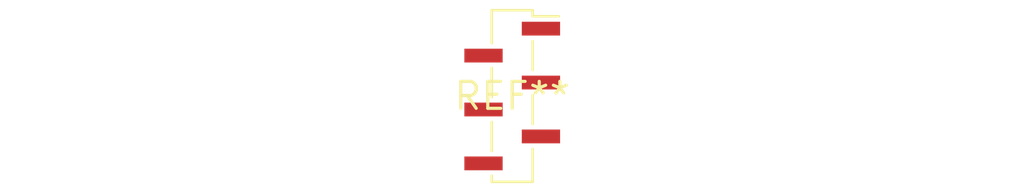
<source format=kicad_pcb>
(kicad_pcb (version 20240108) (generator pcbnew)
  (layers (0 "F.Cu" signal) (31 "B.Cu" signal) (34 "B.Paste" user) (35 "F.Paste" user) (36 "B.SilkS" user "B.Silkscreen") (37 "F.SilkS" user "F.Silkscreen") (38 "B.Mask" user) (39 "F.Mask" user) (44 "Edge.Cuts" user))
  (net 0 "")
  (footprint "PinSocket_1x06_P1.27mm_Vertical_SMD_Pin1Right" (layer "F.Cu") (at 0 0)
    (property "Reference" "REF**")
    (property "Value" "PinSocket_1x06_P1.27mm_Vertical_SMD_Pin1Right")
    (fp_line (start -0.96 -4.045) (end -0.96 -2.49) (layer "F.SilkS") (stroke (width 0.12)))
    (fp_line (start -0.96 -4.045) (end 0.96 -4.045) (layer "F.SilkS") (stroke (width 0.12)))
    (fp_line (start -0.96 -1.32) (end -0.96 0.05) (layer "F.SilkS") (stroke (width 0.12)))
    (fp_line (start -0.96 1.22) (end -0.96 2.59) (layer "F.SilkS") (stroke (width 0.12)))
    (fp_line (start -0.96 3.76) (end -0.96 4.045) (layer "F.SilkS") (stroke (width 0.12)))
    (fp_line (start -0.96 4.045) (end 0.96 4.045) (layer "F.SilkS") (stroke (width 0.12)))
    (fp_line (start 0.96 -4.045) (end 0.96 -3.76) (layer "F.SilkS") (stroke (width 0.12)))
    (fp_line (start 0.96 -3.76) (end 2.19 -3.76) (layer "F.SilkS") (stroke (width 0.12)))
    (fp_line (start 0.96 -2.59) (end 0.96 -1.22) (layer "F.SilkS") (stroke (width 0.12)))
    (fp_line (start 0.96 -0.05) (end 0.96 1.32) (layer "F.SilkS") (stroke (width 0.12)))
    (fp_line (start 0.96 2.49) (end 0.96 4.045) (layer "F.SilkS") (stroke (width 0.12)))
    (pad "1" smd rect (at 1.35 -3.175) (size 1.8 0.65) (layers "F.Cu" "F.Paste" "F.Mask"))
    (pad "2" smd rect (at -1.35 -1.905) (size 1.8 0.65) (layers "F.Cu" "F.Paste" "F.Mask"))
    (pad "3" smd rect (at 1.35 -0.635) (size 1.8 0.65) (layers "F.Cu" "F.Paste" "F.Mask"))
    (pad "4" smd rect (at -1.35 0.635) (size 1.8 0.65) (layers "F.Cu" "F.Paste" "F.Mask"))
    (pad "5" smd rect (at 1.35 1.905) (size 1.8 0.65) (layers "F.Cu" "F.Paste" "F.Mask"))
    (pad "6" smd rect (at -1.35 3.175) (size 1.8 0.65) (layers "F.Cu" "F.Paste" "F.Mask"))
  )
)
</source>
